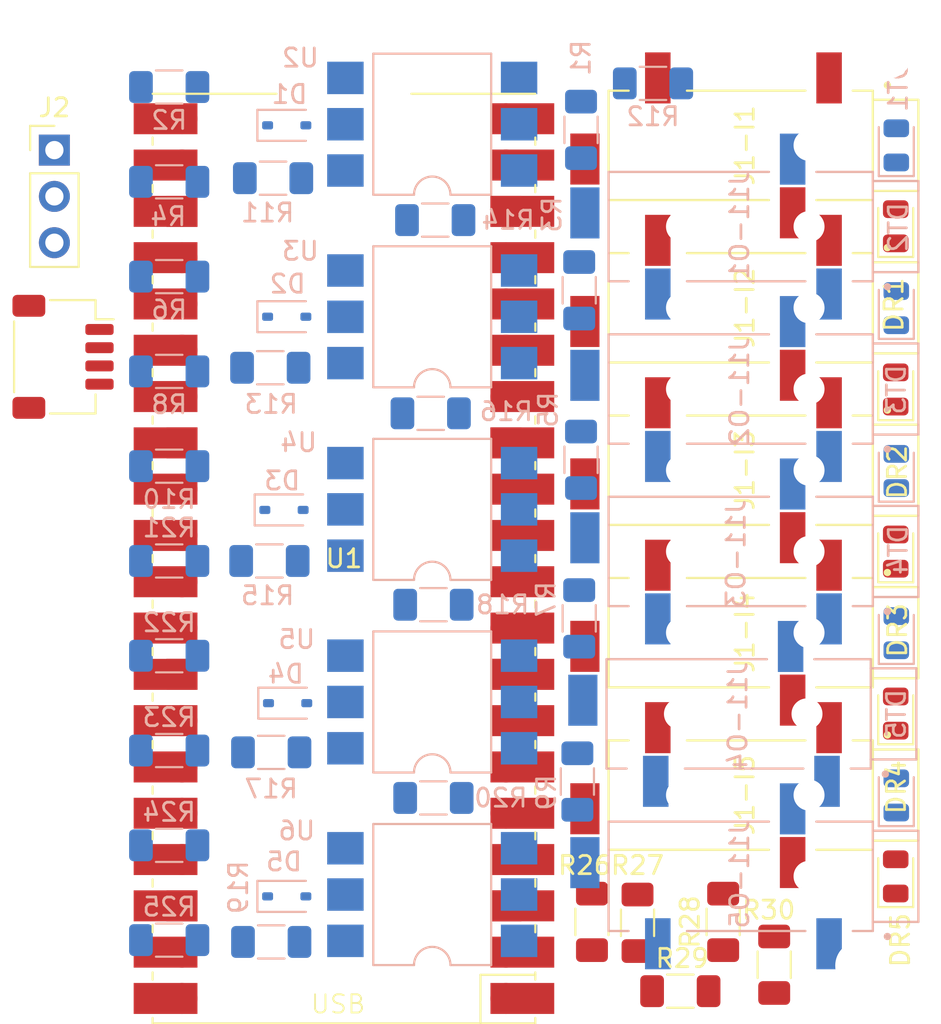
<source format=kicad_pcb>
(kicad_pcb (version 20240108) (generator "pcbnew") (generator_version "8.0")
  (layers (0 "F.Cu" signal) (31 "B.Cu" signal) (34 "B.Paste" user) (35 "F.Paste" user) (36 "B.SilkS" user "B.Silkscreen") (37 "F.SilkS" user "F.Silkscreen") (38 "B.Mask" user) (39 "F.Mask" user) (44 "Edge.Cuts" user))
  (net 0 "")
  (net 1 "Net-(D1-K)")
  (net 2 "Net-(D1-A)")
  (net 3 "Net-(D2-K)")
  (net 4 "Net-(D2-A)")
  (net 5 "Net-(D3-K)")
  (net 6 "Net-(D3-A)")
  (net 7 "Net-(D4-K)")
  (net 8 "Net-(D4-A)")
  (net 9 "Net-(D5-K)")
  (net 10 "Net-(D5-A)")
  (net 11 "+3V3")
  (net 12 "Net-(J11-O1-Pad3)")
  (net 13 "Net-(J11-O1-Pad2)")
  (net 14 "/Midi Output 1/TX")
  (net 15 "Net-(J11-O2-Pad3)")
  (net 16 "Net-(J11-O2-Pad2)")
  (net 17 "/Midi Output 2/TX")
  (net 18 "Net-(J11-O3-Pad3)")
  (net 19 "/Midi Output 3/TX")
  (net 20 "Net-(J11-O3-Pad2)")
  (net 21 "Net-(J11-O4-Pad3)")
  (net 22 "Net-(J11-O4-Pad2)")
  (net 23 "/Midi Output 4/TX")
  (net 24 "Net-(J11-O5-Pad3)")
  (net 25 "/Midi Output 5/TX")
  (net 26 "Net-(J11-O5-Pad2)")
  (net 27 "Net-(J1-I1-Pad3)")
  (net 28 "/MIDI input 1/RX")
  (net 29 "Net-(J1-I2-Pad3)")
  (net 30 "/MIDI input 2/RX")
  (net 31 "Net-(J1-I3-Pad3)")
  (net 32 "/MIDI input 3/RX")
  (net 33 "Net-(J1-I4-Pad3)")
  (net 34 "/MIDI input 4/RX")
  (net 35 "Net-(J1-I5-Pad3)")
  (net 36 "/MIDI input 5/RX")
  (net 40 "GND")
  (net 84 "Net-(DR1-A)")
  (net 85 "Net-(DR2-A)")
  (net 86 "Net-(DR3-A)")
  (net 87 "Net-(DR4-A)")
  (net 88 "Net-(DR5-A)")
  (net 89 "Net-(DT1-A)")
  (net 90 "Net-(DT2-A)")
  (net 91 "Net-(DT3-A)")
  (net 92 "Net-(DT4-A)")
  (net 93 "Net-(DT5-A)")
  (net 94 "Net-(J1-Pin_3)")
  (net 95 "Net-(J1-Pin_4)")
  (net 96 "Net-(J2-Pin_2)")
  (net 97 "Net-(J2-Pin_1)")
  (net 98 "Net-(J2-Pin_3)")
  (footprint "MountingHole:MountingHole_2.7mm_M2.5" (layer "F.Cu") (at 140.7 71.4)
    (property "Reference" "REF**" (hide yes))
    (property "Value" "MountingHole_2.7mm_M2.5" (hide yes))
    (pad "" np_thru_hole circle (at 0 0) (size 2.7 2.7) (drill 2.7) (layers "F&B.Cu" "*.Mask"))
  )
  (footprint "Resistor_SMD:R_1206_3216Metric_Pad1.30x1.75mm_HandSolder" (layer "F.Cu") (at 127 119.05 90)
    (property "Reference" "R27" (at 3.15 0 0) (layer "F.SilkS"))
    (property "Value" "2.2K")
    (pad "1" smd roundrect (at -1.55 0 90) (size 1.3 1.75) (layers "F.Cu" "F.Paste" "F.Mask") (roundrect_rratio 0.192308) (net 11 "+3V3"))
    (pad "2" smd roundrect (at 1.55 0 90) (size 1.3 1.75) (layers "F.Cu" "F.Paste" "F.Mask") (roundrect_rratio 0.192308) (net 85 "Net-(DR2-A)"))
  )
  (footprint "LED_SMD:LED_0805_2012Metric" (layer "F.Cu") (at 141.168578 89.791393 90)
    (property "Reference" "DR2" (at -4.535571 0.087484 270) (layer "F.SilkS"))
    (property "Value" "LED" (hide yes))
    (pad "1" smd roundrect (at -0.9375 0 90) (size 0.975 1.4) (layers "F.Cu" "F.Paste" "F.Mask") (net 30 "/MIDI input 2/RX"))
    (pad "2" smd roundrect (at 0.9375 0 90) (size 0.975 1.4) (layers "F.Cu" "F.Paste" "F.Mask") (net 85 "Net-(DR2-A)"))
  )
  (footprint "MIDI_projects:CUI_SJ-3524-SMT" (layer "F.Cu") (at 136.4125 76.4 180)
    (property "Reference" "J1-I1" (at 3.51825 0 -90) (layer "F.SilkS") (effects (font (size 1.001693 1.001693))))
    (property "Value" "SJ-3524-SMT" (hide yes))
    (pad "" np_thru_hole circle (at 0 0 180) (size 1.7 1.7) (drill 1.7) (layers "*.Cu" "*.Mask"))
    (pad "" np_thru_hole circle (at 7 0 180) (size 1.7 1.7) (drill 1.7) (layers "*.Cu" "*.Mask"))
    (pad "1" smd rect (at -1.1 3.7 180) (size 1.4 2.8) (layers "F.Cu" "F.Paste" "F.Mask"))
    (pad "2" smd rect (at 8.3 3.7 180) (size 1.4 2.8) (layers "F.Cu" "F.Paste" "F.Mask") (net 2 "Net-(D1-A)"))
    (pad "3" smd rect (at 0.9 -3.7 180) (size 1.4 2.8) (layers "F.Cu" "F.Paste" "F.Mask") (net 27 "Net-(J1-I1-Pad3)"))
    (pad "4" smd rect (at 12.3 -0.75 180) (size 1.6 2.8) (layers "F.Cu" "F.Paste" "F.Mask"))
  )
  (footprint "MountingHole:MountingHole_2.7mm_M2.5" (layer "F.Cu") (at 95.7 71.4)
    (property "Reference" "REF**" (hide yes))
    (property "Value" "MountingHole_2.7mm_M2.5" (hide yes))
    (pad "" np_thru_hole circle (at 0 0) (size 2.7 2.7) (drill 2.7) (layers "F&B.Cu" "*.Mask"))
  )
  (footprint "Resistor_SMD:R_1206_3216Metric_Pad1.30x1.75mm_HandSolder" (layer "F.Cu") (at 134.5 121.35 90)
    (property "Reference" "R30" (at 3 -0.3 0) (layer "F.SilkS"))
    (property "Value" "2.2K")
    (pad "1" smd roundrect (at -1.55 0 90) (size 1.3 1.75) (layers "F.Cu" "F.Paste" "F.Mask") (roundrect_rratio 0.192308) (net 11 "+3V3"))
    (pad "2" smd roundrect (at 1.55 0 90) (size 1.3 1.75) (layers "F.Cu" "F.Paste" "F.Mask") (roundrect_rratio 0.192308) (net 88 "Net-(DR5-A)"))
  )
  (footprint "MIDI_projects:CUI_SJ-3524-SMT" (layer "F.Cu") (at 136.4125 103.13333 180)
    (property "Reference" "J1-I4" (at 3.51825 0 -90) (layer "F.SilkS") (effects (font (size 1.001693 1.001693))))
    (property "Value" "SJ-3524-SMT" (hide yes))
    (pad "" np_thru_hole circle (at 0 0 180) (size 1.7 1.7) (drill 1.7) (layers "*.Cu" "*.Mask"))
    (pad "" np_thru_hole circle (at 7 0 180) (size 1.7 1.7) (drill 1.7) (layers "*.Cu" "*.Mask"))
    (pad "1" smd rect (at -1.1 3.7 180) (size 1.4 2.8) (layers "F.Cu" "F.Paste" "F.Mask"))
    (pad "2" smd rect (at 8.3 3.7 180) (size 1.4 2.8) (layers "F.Cu" "F.Paste" "F.Mask") (net 8 "Net-(D4-A)"))
    (pad "3" smd rect (at 0.9 -3.7 180) (size 1.4 2.8) (layers "F.Cu" "F.Paste" "F.Mask") (net 33 "Net-(J1-I4-Pad3)"))
    (pad "4" smd rect (at 12.3 -0.75 180) (size 1.6 2.8) (layers "F.Cu" "F.Paste" "F.Mask"))
  )
  (footprint "MIDI_projects:CUI_SJ-3524-SMT" (layer "F.Cu") (at 136.4125 94.22222 180)
    (property "Reference" "J1-I3" (at 3.51825 0 -90) (layer "F.SilkS") (effects (font (size 1.001693 1.001693))))
    (property "Value" "SJ-3524-SMT" (hide yes))
    (pad "" np_thru_hole circle (at 0 0 180) (size 1.7 1.7) (drill 1.7) (layers "*.Cu" "*.Mask"))
    (pad "" np_thru_hole circle (at 7 0 180) (size 1.7 1.7) (drill 1.7) (layers "*.Cu" "*.Mask"))
    (pad "1" smd rect (at -1.1 3.7 180) (size 1.4 2.8) (layers "F.Cu" "F.Paste" "F.Mask"))
    (pad "2" smd rect (at 8.3 3.7 180) (size 1.4 2.8) (layers "F.Cu" "F.Paste" "F.Mask") (net 6 "Net-(D3-A)"))
    (pad "3" smd rect (at 0.9 -3.7 180) (size 1.4 2.8) (layers "F.Cu" "F.Paste" "F.Mask") (net 31 "Net-(J1-I3-Pad3)"))
    (pad "4" smd rect (at 12.3 -0.75 180) (size 1.6 2.8) (layers "F.Cu" "F.Paste" "F.Mask"))
  )
  (footprint "MountingHole:MountingHole_2.7mm_M2.5" (layer "F.Cu") (at 139.2 121.4)
    (property "Reference" "REF**" (hide yes))
    (property "Value" "MountingHole_2.7mm_M2.5" (hide yes))
    (pad "" np_thru_hole circle (at 0 0) (size 2.7 2.7) (drill 2.7) (layers "F&B.Cu" "*.Mask"))
  )
  (footprint "Resistor_SMD:R_1206_3216Metric_Pad1.30x1.75mm_HandSolder" (layer "F.Cu") (at 131.7 119 90)
    (property "Reference" "R28" (at 0 -1.82 270) (layer "F.SilkS"))
    (property "Value" "2.2K")
    (pad "1" smd roundrect (at -1.55 0 90) (size 1.3 1.75) (layers "F.Cu" "F.Paste" "F.Mask") (roundrect_rratio 0.192308) (net 11 "+3V3"))
    (pad "2" smd roundrect (at 1.55 0 90) (size 1.3 1.75) (layers "F.Cu" "F.Paste" "F.Mask") (roundrect_rratio 0.192308) (net 86 "Net-(DR3-A)"))
  )
  (footprint "LED_SMD:LED_0805_2012Metric" (layer "F.Cu") (at 141.168578 107.571627 90)
    (property "Reference" "DR4" (at -4.028373 0.031422 270) (layer "F.SilkS"))
    (property "Value" "LED" (hide yes))
    (pad "1" smd roundrect (at -0.9375 0 90) (size 0.975 1.4) (layers "F.Cu" "F.Paste" "F.Mask") (net 34 "/MIDI input 4/RX"))
    (pad "2" smd roundrect (at 0.9375 0 90) (size 0.975 1.4) (layers "F.Cu" "F.Paste" "F.Mask") (net 87 "Net-(DR4-A)"))
  )
  (footprint "MIDI_projects:RPi_Pico_SMD_Only" (layer "F.Cu") (at 110.89 99.07 180)
    (property "Reference" "U1" (at 0 0 180) (layer "F.SilkS"))
    (property "Value" "Pico mounting")
    (pad "1" smd oval (at -8.89 -24.13 180) (size 1.7 1.7) (layers "F.Cu" "F.Paste" "F.Mask") (net 25 "/Midi Output 5/TX"))
    (pad "1" smd rect (at -8.89 -24.13 180) (size 3.5 1.7) (drill (offset -0.9 0)) (layers "F.Cu" "F.Mask") (net 25 "/Midi Output 5/TX"))
    (pad "2" smd oval (at -8.89 -21.59 180) (size 1.7 1.7) (layers "F.Cu" "F.Paste" "F.Mask") (net 36 "/MIDI input 5/RX"))
    (pad "2" smd rect (at -8.89 -21.59 180) (size 3.5 1.7) (drill (offset -0.9 0)) (layers "F.Cu" "F.Mask") (net 36 "/MIDI input 5/RX"))
    (pad "3" smd rect (at -8.89 -19.05 180) (size 1.7 1.7) (layers "F.Cu" "F.Paste" "F.Mask"))
    (pad "3" smd rect (at -8.89 -19.05 180) (size 3.5 1.7) (drill (offset -0.9 0)) (layers "F.Cu" "F.Mask"))
    (pad "4" smd oval (at -8.89 -16.51 180) (size 1.7 1.7) (layers "F.Cu" "F.Paste" "F.Mask"))
    (pad "4" smd rect (at -8.89 -16.51 180) (size 3.5 1.7) (drill (offset -0.9 0)) (layers "F.Cu" "F.Mask"))
    (pad "5" smd oval (at -8.89 -13.97 180) (size 1.7 1.7) (layers "F.Cu" "F.Paste" "F.Mask"))
    (pad "5" smd rect (at -8.89 -13.97 180) (size 3.5 1.7) (drill (offset -0.9 0)) (layers "F.Cu" "F.Mask"))
    (pad "6" smd oval (at -8.89 -11.43 180) (size 1.7 1.7) (layers "F.Cu" "F.Paste" "F.Mask"))
    (pad "6" smd rect (at -8.89 -11.43 180) (size 3.5 1.7) (drill (offset -0.9 0)) (layers "F.Cu" "F.Mask"))
    (pad "7" smd oval (at -8.89 -8.89 180) (size 1.7 1.7) (layers "F.Cu" "F.Paste" "F.Mask"))
    (pad "7" smd rect (at -8.89 -8.89 180) (size 3.5 1.7) (drill (offset -0.9 0)) (layers "F.Cu" "F.Mask"))
    (pad "8" smd rect (at -8.89 -6.35 180) (size 1.7 1.7) (layers "F.Cu" "F.Paste" "F.Mask"))
    (pad "8" smd rect (at -8.89 -6.35 180) (size 3.5 1.7) (drill (offset -0.9 0)) (layers "F.Cu" "F.Mask"))
    (pad "9" smd oval (at -8.89 -3.81 180) (size 1.7 1.7) (layers "F.Cu" "F.Paste" "F.Mask"))
    (pad "9" smd rect (at -8.89 -3.81 180) (size 3.5 1.7) (drill (offset -0.9 0)) (layers "F.Cu" "F.Mask"))
    (pad "10" smd oval (at -8.89 -1.27 180) (size 1.7 1.7) (layers "F.Cu" "F.Paste" "F.Mask"))
    (pad "10" smd rect (at -8.89 -1.27 180) (size 3.5 1.7) (drill (offset -0.9 0)) (layers "F.Cu" "F.Mask"))
    (pad "11" smd oval (at -8.89 1.27 180) (size 1.7 1.7) (layers "F.Cu" "F.Paste" "F.Mask"))
    (pad "11" smd rect (at -8.89 1.27 180) (size 3.5 1.7) (drill (offset -0.9 0)) (layers "F.Cu" "F.Mask"))
    (pad "12" smd oval (at -8.89 3.81 180) (size 1.7 1.7) (layers "F.Cu" "F.Paste" "F.Mask"))
    (pad "12" smd rect (at -8.89 3.81 180) (size 3.5 1.7) (drill (offset -0.9 0)) (layers "F.Cu" "F.Mask"))
    (pad "13" smd rect (at -8.89 6.35 180) (size 1.7 1.7) (layers "F.Cu" "F.Paste" "F.Mask"))
    (pad "13" smd rect (at -8.89 6.35 180) (size 3.5 1.7) (drill (offset -0.9 0)) (layers "F.Cu" "F.Mask"))
    (pad "14" smd oval (at -8.89 8.89 180) (size 1.7 1.7) (layers "F.Cu" "F.Paste" "F.Mask") (net 28 "/MIDI input 1/RX"))
    (pad "14" smd rect (at -8.89 8.89 180) (size 3.5 1.7) (drill (offset -0.9 0)) (layers "F.Cu" "F.Mask") (net 28 "/MIDI input 1/RX"))
    (pad "15" smd oval (at -8.89 11.43 180) (size 1.7 1.7) (layers "F.Cu" "F.Paste" "F.Mask") (net 30 "/MIDI input 2/RX"))
    (pad "15" smd rect (at -8.89 11.43 180) (size 3.5 1.7) (drill (offset -0.9 0)) (layers "F.Cu" "F.Mask") (net 30 "/MIDI input 2/RX"))
    (pad "16" smd oval (at -8.89 13.97 180) (size 1.7 1.7) (layers "F.Cu" "F.Paste" "F.Mask") (net 32 "/MIDI input 3/RX"))
    (pad "16" smd rect (at -8.89 13.97 180) (size 3.5 1.7) (drill (offset -0.9 0)) (layers "F.Cu" "F.Mask") (net 32 "/MIDI input 3/RX"))
    (pad "17" smd oval (at -8.89 16.51 180) (size 1.7 1.7) (layers "F.Cu" "F.Paste" "F.Mask") (net 34 "/MIDI input 4/RX"))
    (pad "17" smd rect (at -8.89 16.51 180) (size 3.5 1.7) (drill (offset -0.9 0)) (layers "F.Cu" "F.Mask") (net 34 "/MIDI input 4/RX"))
    (pad "18" smd rect (at -8.89 19.05 180) (size 1.7 1.7) (layers "F.Cu" "F.Paste" "F.Mask"))
    (pad "18" smd rect (at -8.89 19.05 180) (size 3.5 1.7) (drill (offset -0.9 0)) (layers "F.Cu" "F.Mask"))
    (pad "19" smd oval (at -8.89 21.59 180) (size 1.7 1.7) (layers "F.Cu" "F.Paste" "F.Mask"))
    (pad "19" smd rect (at -8.89 21.59 180) (size 3.5 1.7) (drill (offset -0.9 0)) (layers "F.Cu" "F.Mask"))
    (pad "20" smd oval (at -8.89 24.13 180) (size 1.7 1.7) (layers "F.Cu" "F.Paste" "F.Mask"))
    (pad "20" smd rect (at -8.89 24.13 180) (size 3.5 1.7) (drill (offset -0.9 0)) (layers "F.Cu" "F.Mask"))
    (pad "21" smd oval (at 8.89 24.13 180) (size 1.7 1.7) (layers "F.Cu" "F.Paste" "F.Mask"))
    (pad "21" smd rect (at 8.89 24.13 180) (size 3.5 1.7) (drill (offset 0.9 0)) (layers "F.Cu" "F.Mask"))
    (pad "22" smd oval (at 8.89 21.59 180) (size 1.7 1.7) (layers "F.Cu" "F.Paste" "F.Mask"))
    (pad "22" smd rect (at 8.89 21.59 180) (size 3.5 1.7) (drill (offset 0.9 0)) (layers "F.Cu" "F.Mask"))
    (pad "23" smd rect (at 8.89 19.05 180) (size 1.7 1.7) (layers "F.Cu" "F.Paste" "F.Mask"))
    (pad "23" smd rect (at 8.89 19.05 180) (size 3.5 1.7) (drill (offset 0.9 0)) (layers "F.Cu" "F.Mask"))
    (pad "24" smd oval (at 8.89 16.51 180) (size 1.7 1.7) (layers "F.Cu" "F.Paste" "F.Mask"))
    (pad "24" smd rect (at 8.89 16.51 180) (size 3.5 1.7) (drill (offset 0.9 0)) (layers "F.Cu" "F.Mask"))
    (pad "25" smd oval (at 8.89 13.97 180) (size 1.7 1.7) (layers "F.Cu" "F.Paste" "F.Mask") (net 23 "/Midi Output 4/TX"))
    (pad "25" smd rect (at 8.89 13.97 180) (size 3.5 1.7) (drill (offset 0.9 0)) (layers "F.Cu" "F.Mask") (net 23 "/Midi Output 4/TX"))
    (pad "26" smd oval (at 8.89 11.43 180) (size 1.7 1.7) (layers "F.Cu" "F.Paste" "F.Mask") (net 19 "/Midi Output 3/TX"))
    (pad "26" smd rect (at 8.89 11.43 180) (size 3.5 1.7) (drill (offset 0.9 0)) (layers "F.Cu" "F.Mask") (net 19 "/Midi Output 3/TX"))
    (pad "27" smd oval (at 8.89 8.89 180) (size 1.7 1.7) (layers "F.Cu" "F.Paste" "F.Mask") (net 17 "/Midi Output 2/TX"))
    (pad "27" smd rect (at 8.89 8.89 180) (size 3.5 1.7) (drill (offset 0.9 0)) (layers "F.Cu" "F.Mask") (net 17 "/Midi Output 2/TX"))
    (pad "28" smd rect (at 8.89 6.35 180) (size 1.7 1.7) (layers "F.Cu" "F.Paste" "F.Mask"))
    (pad "28" smd rect (at 8.89 6.35 180) (size 3.5 1.7) (drill (offset 0.9 0)) (layers "F.Cu" "F.Mask"))
    (pad "29" smd oval (at 8.89 3.81 180) (size 1.7 1.7) (layers "F.Cu" "F.Paste" "F.Mask") (net 14 "/Midi Output 1/TX"))
    (pad "29" smd rect (at 8.89 3.81 180) (size 3.5 1.7) (drill (offset 0.9 0)) (layers "F.Cu" "F.Mask") (net 14 "/Midi Output 1/TX"))
    (pad "30" smd oval (at 8.89 1.27 180) (size 1.7 1.7) (layers "F.Cu" "F.Paste" "F.Mask"))
    (pad "30" smd rect (at 8.89 1.27 180) (size 3.5 1.7) (drill (offset 0.9 0)) (layers "F.Cu" "F.Mask"))
    (pad "31" smd oval (at 8.89 -1.27 180) (size 1.7 1.7) (layers "F.Cu" "F.Paste" "F.Mask") (net 94 "Net-(J1-Pin_3)"))
    (pad "31" smd rect (at 8.89 -1.27 180) (size 3.5 1.7) (drill (offset 0.9 0)) (layers "F.Cu" "F.Mask") (net 94 "Net-(J1-Pin_3)"))
    (pad "32" smd oval (at 8.89 -3.81 180) (size 1.7 1.7) (layers "F.Cu" "F.Paste" "F.Mask") (net 95 "Net-(J1-Pin_4)"))
    (pad "32" smd rect (at 8.89 -3.81 180) (size 3.5 1.7) (drill (offset 0.9 0)) (layers "F.Cu" "F.Mask") (net 95 "Net-(J1-Pin_4)"))
    (pad "33" smd rect (at 8.89 -6.35 180) (size 1.7 1.7) (layers "F.Cu" "F.Paste" "F.Mask"))
    (pad "33" smd rect (at 8.89 -6.35 180) (size 3.5 1.7) (drill (offset 0.9 0)) (layers "F.Cu" "F.Mask"))
    (pad "34" smd oval (at 8.89 -8.89 180) (size 1.7 1.7) (layers "F.Cu" "F.Paste" "F.Mask"))
    (pad "34" smd rect (at 8.89 -8.89 180) (size 3.5 1.7) (drill (offset 0.9 0)) (layers "F.Cu" "F.Mask"))
    (pad "35" smd oval (at 8.89 -11.43 180) (size 1.7 1.7) (layers "F.Cu" "F.Paste" "F.Mask"))
    (pad "35" smd rect (at 8.89 -11.43 180) (size 3.5 1.7) (drill (offset 0.9 0)) (layers "F.Cu" "F.Mask"))
    (pad "36" smd oval (at 8.89 -13.97 180) (size 1.7 1.7) (layers "F.Cu" "F.Paste" "F.Mask") (net 11 "+3V3"))
    (pad "36" smd rect (at 8.89 -13.97 180) (size 3.5 1.7) (drill (offset 0.9 0)) (layers "F.Cu" "F.Mask") (net 11 "+3V3"))
    (pad "37" smd oval (at 8.89 -16.51 180) (size 1.7 1.7) (layers "F.Cu" "F.Paste" "F.Mask"))
    (pad "37" smd rect (at 8.89 -16.51 180) (size 3.5 1.7) (drill (offset 0.9 0)) (layers "F.Cu" "F.Mask"))
    (pad "38" smd rect (at 8.89 -19.05 180) (size 1.7 1.7) (layers "F.Cu" "F.Paste" "F.Mask") (net 40 "GND"))
    (pad "38" smd rect (at 8.89 -19.05 180) (size 3.5 1.7) (drill (offset 0.9 0)) (layers "F.Cu" "F.Mask") (net 40 "GND"))
    (pad "39" smd oval (at 8.89 -21.59 180) (size 1.7 1.7) (layers "F.Cu" "F.Paste" "F.Mask"))
    (pad "39" smd rect (at 8.89 -21.59 180) (size 3.5 1.7) (drill (offset 0.9 0)) (layers "F.Cu" "F.Mask"))
    (pad "40" smd oval (at 8.89 -24.13 180) (size 1.7 1.7) (layers "F.Cu" "F.Paste" "F.Mask"))
    (pad "40" smd rect (at 8.89 -24.13 180) (size 3.5 1.7) (drill (offset 0.9 0)) (layers "F.Cu" "F.Mask"))
  )
  (footprint "MIDI_projects:CUI_SJ-3524-SMT" (layer "F.Cu") (at 136.4125 112.04444 180)
    (property "Reference" "J1-I5" (at 3.51825 0 -90) (layer "F.SilkS") (effects (font (size 1.001693 1.001693))))
    (property "Value" "SJ-3524-SMT" (hide yes))
    (pad "" np_thru_hole circle (at 0 0 180) (size 1.7 1.7) (drill 1.7) (layers "*.Cu" "*.Mask"))
    (pad "" np_thru_hole circle (at 7 0 180) (size 1.7 1.7) (drill 1.7) (layers "*.Cu" "*.Mask"))
    (pad "1" smd rect (at -1.1 3.7 180) (size 1.4 2.8) (layers "F.Cu" "F.Paste" "F.Mask"))
    (pad "2" smd rect (at 8.3 3.7 180) (size 1.4 2.8) (layers "F.Cu" "F.Paste" "F.Mask") (net 10 "Net-(D5-A)"))
    (pad "3" smd rect (at 0.9 -3.7 180) (size 1.4 2.8) (layers "F.Cu" "F.Paste" "F.Mask") (net 35 "Net-(J1-I5-Pad3)"))
    (pad "4" smd rect (at 12.3 -0.75 180) (size 1.6 2.8) (layers "F.Cu" "F.Paste" "F.Mask"))
  )
  (footprint "MIDI_projects:CUI_SJ-3524-SMT" (layer "F.Cu") (at 136.4125 85.31111 180)
    (property "Reference" "J1-I2" (at 3.51825 0 -90) (layer "F.SilkS") (effects (font (size 1.001693 1.001693))))
    (property "Value" "SJ-3524-SMT" (hide yes))
    (pad "" np_thru_hole circle (at 0 0 180) (size 1.7 1.7) (drill 1.7) (layers "*.Cu" "*.Mask"))
    (pad "" np_thru_hole circle (at 7 0 180) (size 1.7 1.7) (drill 1.7) (layers "*.Cu" "*.Mask"))
    (pad "1" smd rect (at -1.1 3.7 180) (size 1.4 2.8) (layers "F.Cu" "F.Paste" "F.Mask"))
    (pad "2" smd rect (at 8.3 3.7 180) (size 1.4 2.8) (layers "F.Cu" "F.Paste" "F.Mask") (net 4 "Net-(D2-A)"))
    (pad "3" smd rect (at 0.9 -3.7 180) (size 1.4 2.8) (layers "F.Cu" "F.Paste" "F.Mask") (net 29 "Net-(J1-I2-Pad3)"))
    (pad "4" smd rect (at 12.3 -0.75 180) (size 1.6 2.8) (layers "F.Cu" "F.Paste" "F.Mask"))
  )
  (footprint "LED_SMD:LED_0805_2012Metric" (layer "F.Cu") (at 141.168578 80.8375 90)
    (property "Reference" "DR1" (at -4.3 -0.1 270) (layer "F.SilkS"))
    (property "Value" "LED" (hide yes))
    (pad "1" smd roundrect (at -0.9375 0 90) (size 0.975 1.4) (layers "F.Cu" "F.Paste" "F.Mask") (net 28 "/MIDI input 1/RX"))
    (pad "2" smd roundrect (at 0.9375 0 90) (size 0.975 1.4) (layers "F.Cu" "F.Paste" "F.Mask") (net 84 "Net-(DR1-A)"))
  )
  (footprint "Resistor_SMD:R_1206_3216Metric_Pad1.30x1.75mm_HandSolder" (layer "F.Cu") (at 129.35 122.8 180)
    (property "Reference" "R29" (at -0.1 1.8 180) (layer "F.SilkS"))
    (property "Value" "2.2K")
    (pad "1" smd roundrect (at -1.55 0 180) (size 1.3 1.75) (layers "F.Cu" "F.Paste" "F.Mask") (roundrect_rratio 0.192308) (net 11 "+3V3"))
    (pad "2" smd roundrect (at 1.55 0 180) (size 1.3 1.75) (layers "F.Cu" "F.Paste" "F.Mask") (roundrect_rratio 0.192308) (net 87 "Net-(DR4-A)"))
  )
  (footprint "MountingHole:MountingHole_2.7mm_M2.5" (layer "F.Cu") (at 95.7 121.4)
    (property "Reference" "REF**" (hide yes))
    (property "Value" "MountingHole_2.7mm_M2.5" (hide yes))
    (pad "" np_thru_hole circle (at 0 0) (size 2.7 2.7) (drill 2.7) (layers "*.Cu" "*.Mask"))
  )
  (footprint "MIDI_projects:JST_SH_SM04B-SRSS-TB_1x04-1MP_P1.00mm_Horizontal" (layer "F.Cu") (at 95.475 88 -90)
    (property "Reference" "J1" (hide yes))
    (property "Value" "Conn_01x04_Socket" (hide yes))
    (pad "1" smd roundrect (at -1.5 -2 270) (size 0.6 1.55) (layers "F.Cu" "F.Paste" "F.Mask") (net 40 "GND"))
    (pad "2" smd roundrect (at -0.5 -2 270) (size 0.6 1.55) (layers "F.Cu" "F.Paste" "F.Mask") (net 11 "+3V3"))
    (pad "3" smd roundrect (at 0.5 -2 270) (size 0.6 1.55) (layers "F.Cu" "F.Paste" "F.Mask") (net 94 "Net-(J1-Pin_3)"))
    (pad "4" smd roundrect (at 1.5 -2 270) (size 0.6 1.55) (layers "F.Cu" "F.Paste" "F.Mask") (net 95 "Net-(J1-Pin_4)"))
    (pad "MP" smd roundrect (at -2.8 1.875 270) (size 1.2 1.8) (layers "F.Cu" "F.Paste" "F.Mask") (roundrect_rratio 0.208333))
    (pad "MP" smd roundrect (at 2.8 1.875 270) (size 1.2 1.8) (layers "F.Cu" "F.Paste" "F.Mask") (roundrect_rratio 0.208333))
  )
  (footprint "Resistor_SMD:R_1206_3216Metric_Pad1.30x1.75mm_HandSolder" (layer "F.Cu") (at 124.5 119 90)
    (property "Reference" "R26" (at 3.1 -0.4 0) (layer "F.SilkS"))
    (property "Value" "2.2K")
    (pad "1" smd roundrect (at -1.55 0 90) (size 1.3 1.75) (layers "F.Cu" "F.Paste" "F.Mask") (roundrect_rratio 0.192308) (net 11 "+3V3"))
    (pad "2" smd roundrect (at 1.55 0 90) (size 1.3 1.75) (layers "F.Cu" "F.Paste" "F.Mask") (roundrect_rratio 0.192308) (net 84 "Net-(DR1-A)"))
  )
  (footprint "LED_SMD:LED_0805_2012Metric" (layer "F.Cu") (at 141.168578 98.684933 90)
    (property "Reference" "DR3" (at -4.315067 0.1 270) (layer "F.SilkS"))
    (property "Value" "LED" (hide yes))
    (pad "1" smd roundrect (at -0.9375 0 90) (size 0.975 1.4) (layers "F.Cu" "F.Paste" "F.Mask") (net 32 "/MIDI input 3/RX"))
    (pad "2" smd roundrect (at 0.9375 0 90) (size 0.975 1.4) (layers "F.Cu" "F.Paste" "F.Mask") (net 86 "Net-(DR3-A)"))
  )
  (footprint "LED_SMD:LED_0805_2012Metric" (layer "F.Cu") (at 141.168578 116.504645 90)
    (property "Reference" "DR5" (at -3.495355 0.253291 270) (layer "F.SilkS"))
    (property "Value" "LED" (hide yes))
    (pad "1" smd roundrect (at -0.9375 0 90) (size 0.975 1.4) (layers "F.Cu" "F.Paste" "F.Mask") (net 36 "/MIDI input 5/RX"))
    (pad "2" smd roundrect (at 0.9375 0 90) (size 0.975 1.4) (layers "F.Cu" "F.Paste" "F.Mask") (net 88 "Net-(DR5-A)"))
  )
  (footprint "Connector_PinHeader_2.54mm:PinHeader_1x03_P2.54mm_Vertical" (layer "F.Cu") (at 95 76.66)
    (property "Reference" "J2" (at 0 -2.33 0) (layer "F.SilkS"))
    (property "Value" "Conn_01x03_Pin" (hide yes))
    (pad "1" thru_hole rect (at 0 0) (size 1.7 1.7) (drill 1) (layers "*.Cu" "*.Mask") (net 97 "Net-(J2-Pin_1)"))
    (pad "2" thru_hole oval (at 0 2.54) (size 1.7 1.7) (drill 1) (layers "*.Cu" "*.Mask") (net 96 "Net-(J2-Pin_2)"))
    (pad "3" thru_hole oval (at 0 5.08) (size 1.7 1.7) (drill 1) (layers "*.Cu" "*.Mask") (net 98 "Net-(J2-Pin_3)"))
  )
  (footprint "Resistor_SMD:R_1206_3216Metric_Pad1.30x1.75mm_HandSolder" (layer "B.Cu") (at 101.3 73.2)
    (property "Reference" "R2" (at 0 1.82 360) (layer "B.SilkS") (effects (justify mirror)))
    (property "Value" "10")
    (pad "1" smd roundrect (at -1.55 0) (size 1.3 1.75) (layers "B.Cu" "B.Paste" "B.Mask") (roundrect_rratio 0.192308) (net 14 "/Midi Output 1/TX"))
    (pad "2" smd roundrect (at 1.55 0) (size 1.3 1.75) (layers "B.Cu" "B.Paste" "B.Mask") (roundrect_rratio 0.192308) (net 13 "Net-(J11-O1-Pad2)"))
  )
  (footprint "Resistor_SMD:R_1206_3216Metric_Pad1.30x1.75mm_HandSolder" (layer "B.Cu") (at 106.85 88.6 180)
    (property "Reference" "R13" (at -0.05 -2 180) (layer "B.SilkS") (effects (justify mirror)))
    (property "Value" "220")
    (pad "1" smd roundrect (at -1.55 0 180) (size 1.3 1.75) (layers "B.Cu" "B.Paste" "B.Mask") (roundrect_rratio 0.192308) (net 29 "Net-(J1-I2-Pad3)"))
    (pad "2" smd roundrect (at 1.55 0 180) (size 1.3 1.75) (layers "B.Cu" "B.Paste" "B.Mask") (roundrect_rratio 0.192308) (net 3 "Net-(D2-K)"))
  )
  (footprint "Resistor_SMD:R_1206_3216Metric_Pad1.30x1.75mm_HandSolder" (layer "B.Cu") (at 101.3 99.2 180)
    (property "Reference" "R21" (at 0 1.82 180) (layer "B.SilkS") (effects (justify mirror)))
    (property "Value" "2.2K")
    (pad "1" smd roundrect (at -1.55 0 180) (size 1.3 1.75) (layers "B.Cu" "B.Paste" "B.Mask") (roundrect_rratio 0.192308) (net 11 "+3V3"))
    (pad "2" smd roundrect (at 1.55 0 180) (size 1.3 1.75) (layers "B.Cu" "B.Paste" "B.Mask") (roundrect_rratio 0.192308) (net 89 "Net-(DT1-A)"))
  )
  (footprint "Package_DIP:SMDIP-6_W9.53mm" (layer "B.Cu") (at 115.735 75.24)
    (property "Reference" "U2" (at -7.235 -3.64 360) (layer "B.SilkS") (effects (justify mirror)))
    (property "Value" "H11L1")
    (pad "1" smd rect (at -4.765 2.54) (size 2 1.78) (layers "B.Cu" "B.Paste" "B.Mask") (net 1 "Net-(D1-K)"))
    (pad "2" smd rect (at -4.765 0) (size 2 1.78) (layers "B.Cu" "B.Paste" "B.Mask") (net 2 "Net-(D1-A)"))
    (pad "3" smd rect (at -4.765 -2.54) (size 2 1.78) (layers "B.Cu" "B.Paste" "B.Mask"))
    (pad "4" smd rect (at 4.765 -2.54) (size 2 1.78) (layers "B.Cu" "B.Paste" "B.Mask") (net 28 "/MIDI input 1/RX"))
    (pad "5" smd rect (at 4.765 0) (size 2 1.78) (layers "B.Cu" "B.Paste" "B.Mask") (net 40 "GND"))
    (pad "6" smd rect (at 4.765 2.54) (size 2 1.78) (layers "B.Cu" "B.Paste" "B.Mask") (net 11 "+3V3"))
  )
  (footprint "Resistor_SMD:R_1206_3216Metric_Pad1.30x1.75mm_HandSolder" (layer "B.Cu") (at 101.3 120 180)
    (property "Reference" "R25" (at 0 1.82 180) (layer "B.SilkS") (effects (justify mirror)))
    (property "Value" "2.2K")
    (pad "1" smd roundrect (at -1.55 0 180) (size 1.3 1.75) (layers "B.Cu" "B.Paste" "B.Mask") (roundrect_rratio 0.192308) (net 11 "+3V3"))
    (pad "2" smd roundrect (at 1.55 0 180) (size 1.3 1.75) (layers "B.Cu" "B.Paste" "B.Mask") (roundrect_rratio 0.192308) (net 93 "Net-(DT5-A)"))
  )
  (footprint "Resistor_SMD:R_1206_3216Metric_Pad1.30x1.75mm_HandSolder" (layer "B.Cu") (at 107 78.2 180)
    (property "Reference" "R11" (at 0.3 -1.9 180) (layer "B.SilkS") (effects (justify mirror)))
    (property "Value" "220")
    (pad "1" smd roundrect (at -1.55 0 180) (size 1.3 1.75) (layers "B.Cu" "B.Paste" "B.Mask") (roundrect_rratio 0.192308) (net 27 "Net-(J1-I1-Pad3)"))
    (pad "2" smd roundrect (at 1.55 0 180) (size 1.3 1.75) (layers "B.Cu" "B.Paste" "B.Mask") (roundrect_rratio 0.192308) (net 1 "Net-(D1-K)"))
  )
  (footprint "LED_SMD:LED_0805_2012Metric" (layer "B.Cu") (at 141.2 85.329894 90)
    (property "Reference" "DT2" (at 4.429894 0.1 270) (layer "B.SilkS") (effects (justify mirror)))
    (property "Value" "LED" (hide yes))
    (pad "1" smd roundrect (at -0.9375 0 90) (size 0.975 1.4) (layers "B.Cu" "B.Paste" "B.Mask") (net 17 "/Midi Output 2/TX"))
    (pad "2" smd roundrect (at 0.9375 0 90) (size 0.975 1.4) (layers "B.Cu" "B.Paste" "B.Mask") (net 90 "Net-(DT2-A)"))
  )
  (footprint "Resistor_SMD:R_1206_3216Metric_Pad1.30x1.75mm_HandSolder" (layer "B.Cu") (at 115.65 91.1)
    (property "Reference" "R16" (at 4.15 -0.1 360) (layer "B.SilkS") (effects (justify mirror)))
    (property "Value" "470")
    (pad "1" smd roundrect (at -1.55 0) (size 1.3 1.75) (layers "B.Cu" "B.Paste" "B.Mask") (roundrect_rratio 0.192308) (net 32 "/MIDI input 3/RX"))
    (pad "2" smd roundrect (at 1.55 0) (size 1.3 1.75) (layers "B.Cu" "B.Paste" "B.Mask") (roundrect_rratio 0.192308) (net 11 "+3V3"))
  )
  (footprint "Resistor_SMD:R_1206_3216Metric_Pad1.30x1.75mm_HandSolder" (layer "B.Cu") (at 106.8 99.2 180)
    (property "Reference" "R15" (at 0.1 -1.9 180) (layer "B.SilkS") (effects (justify mirror)))
    (property "Value" "220")
    (pad "1" smd roundrect (at -1.55 0 180) (size 1.3 1.75) (layers "B.Cu" "B.Paste" "B.Mask") (roundrect_rratio 0.192308) (net 31 "Net-(J1-I3-Pad3)"))
    (pad "2" smd roundrect (at 1.55 0 180) (size 1.3 1.75) (layers "B.Cu" "B.Paste" "B.Mask") (roundrect_rratio 0.192308) (net 5 "Net-(D3-K)"))
  )
  (footprint "LED_SMD:LED_0805_2012Metric" (layer "B.Cu") (at 141.2 76.4 90)
    (property "Reference" "DT1" (at 3.2 0.1 270) (layer "B.SilkS") (effects (justify mirror)))
    (property "Value" "LED" (hide yes))
    (pad "1" smd roundrect (at -0.9375 0 90) (size 0.975 1.4) (layers "B.Cu" "B.Paste" "B.Mask") (net 14 "/Midi Output 1/TX"))
    (pad "2" smd roundrect (at 0.9375 0 90) (size 0.975 1.4) (layers "B.Cu" "B.Paste" "B.Mask") (net 89 "Net-(DT1-A)"))
  )
  (footprint "Resistor_SMD:R_1206_3216Metric_Pad1.30x1.75mm_HandSolder" (layer "B.Cu") (at 101.3 104.4 180)
    (property "Reference" "R22" (at 0 1.82 180) (layer "B.SilkS") (effects (justify mirror)))
    (property "Value" "2.2K")
    (pad "1" smd roundrect (at -1.55 0 180) (size 1.3 1.75) (layers "B.Cu" "B.Paste" "B.Mask") (roundrect_rratio 0.192308) (net 11 "+3V3"))
    (pad "2" smd roundrect (at 1.55 0 180) (size 1.3 1.75) (layers "B.Cu" "B.Paste" "B.Mask") (roundrect_rratio 0.192308) (net 90 "Net-(DT2-A)"))
  )
  (footprint "Resistor_SMD:R_1206_3216Metric_Pad1.30x1.75mm_HandSolder" (layer "B.Cu") (at 127.85 73)
    (property "Reference" "R12" (at 0 1.82 360) (layer "B.SilkS") (effects (justify mirror)))
    (property "Value" "470")
    (pad "1" smd roundrect (at -1.55 0) (size 1.3 1.75) (layers "B.Cu" "B.Paste" "B.Mask") (roundrect_rratio 0.192308) (net 28 "/MIDI input 1/RX"))
    (pad "2" smd roundrect (at 1.55 0) (size 1.3 1.75) (layers "B.Cu" "B.Paste" "B.Mask") (roundrect_rratio 0.192308) (net 11 "+3V3"))
  )
  (footprint "Diode_SMD:D_SOD-323" (layer "B.Cu") (at 107.75 75.3)
    (property "Reference" "D1" (at 0.15 -1.7 360) (layer "B.SilkS") (effects (justify mirror)))
    (property "Value" "1N4148WS" (hide yes))
    (pad "1" smd roundrect (at -1.05 0) (size 0.6 0.45) (layers "B.Cu" "B.Paste" "B.Mask") (net 1 "Net-(D1-K)"))
    (pad "2" smd roundrect (at 1.05 0) (size 0.6 0.45) (layers "B.Cu" "B.Paste" "B.Mask") (net 2 "Net-(D1-A)"))
  )
  (footprint "MIDI_projects:CUI_SJ-3524-SMT" (layer "B.Cu") (at 136.4125 89.766665 180)
    (property "Reference" "J11-O2" (at 3.8125 -0.133335 90) (layer "B.SilkS") (effects (font (size 1.001693 1.001693)) (justify mirror)))
    (property "Value" "SJ-3524-SMT")
    (pad "" np_thru_hole circle (at 0 0 180) (size 1.7 1.7) (drill 1.7) (layers "*.Cu" "*.Mask"))
    (pad "" np_thru_hole circle (at 7 0 180) (size 1.7 1.7) (drill 1.7) (layers "*.Cu" "*.Mask"))
    (pad "1" smd rect (at -1.1 -3.7 180) (size 1.4 2.8) (layers "B.Cu" "B.Paste" "B.Mask") (net 40 "GND"))
    (pad "2" smd rect (at 8.3 -3.7 180) (size 1.4 2.8) (layers "B.Cu" "B.Paste" "B.Mask") (net 16 "Net-(J11-O2-Pad2)"))
    (pad "3" smd rect (at 0.9 3.7 180) (size 1.4 2.8) (layers "B.Cu" "B.Paste" "B.Mask") (net 15 "Net-(J11-O2-Pad3)"))
    (pad "4" smd rect (at 12.3 0.75 180) (size 1.6 2.8) (layers "B.Cu" "B.Paste" "B.Mask"))
  )
  (footprint "Resistor_SMD:R_1206_3216Metric_Pad1.30x1.75mm_HandSolder" (layer "B.Cu") (at 101.3 83.6)
    (property "Reference" "R6" (at 0 1.82 360) (layer "B.SilkS") (effects (justify mirror)))
    (property "Value" "10")
    (pad "1" smd roundrect (at -1.55 0) (size 1.3 1.75) (layers "B.Cu" "B.Paste" "B.Mask") (roundrect_rratio 0.192308) (net 19 "/Midi Output 3/TX"))
    (pad "2" smd roundrect (at 1.55 0) (size 1.3 1.75) (layers "B.Cu" "B.Paste" "B.Mask") (roundrect_rratio 0.192308) (net 20 "Net-(J11-O3-Pad2)"))
  )
  (footprint "Package_DIP:SMDIP-6_W9.53mm" (layer "B.Cu") (at 115.735 85.805)
    (property "Reference" "U3" (at -7.235 -3.605 360) (layer "B.SilkS") (effects (justify mirror)))
    (property "Value" "H11L1")
    (pad "1" smd rect (at -4.765 2.54) (size 2 1.78) (layers "B.Cu" "B.Paste" "B.Mask") (net 3 "Net-(D2-K)"))
    (pad "2" smd rect (at -4.765 0) (size 2 1.78) (layers "B.Cu" "B.Paste" "B.Mask") (net 4 "Net-(D2-A)"))
    (pad "3" smd rect (at -4.765 -2.54) (size 2 1.78) (layers "B.Cu" "B.Paste" "B.Mask"))
    (pad "4" smd rect (at 4.765 -2.54) (size 2 1.78) (layers "B.Cu" "B.Paste" "B.Mask") (net 30 "/MIDI input 2/RX"))
    (pad "5" smd rect (at 4.765 0) (size 2 1.78) (layers "B.Cu" "B.Paste" "B.Mask") (net 40 "GND"))
    (pad "6" smd rect (at 4.765 2.54) (size 2 1.78) (layers "B.Cu" "B.Paste" "B.Mask") (net 11 "+3V3"))
  )
  (footprint "Resistor_SMD:R_1206_3216Metric_Pad1.30x1.75mm_HandSolder" (layer "B.Cu") (at 101.3 114.8 180)
    (property "Reference" "R24" (at 0 1.82 180) (layer "B.SilkS") (effects (justify mirror)))
    (property "Value" "2.2K")
    (pad "1" smd roundrect (at -1.55 0 180) (size 1.3 1.75) (layers "B.Cu" "B.Paste" "B.Mask") (roundrect_rratio 0.192308) (net 11 "+3V3"))
    (pad "2" smd roundrect (at 1.55 0 180) (size 1.3 1.75) (layers "B.Cu" "B.Paste" "B.Mask") (roundrect_rratio 0.192308) (net 92 "Net-(DT4-A)"))
  )
  (footprint "MIDI_projects:CUI_SJ-3524-SMT" (layer "B.Cu") (at 136.3 107.588885 180)
    (property "Reference" "J11-O4" (at 3.8 -0.111115 90) (layer "B.SilkS") (effects (font (size 1.001693 1.001693)) (justify mirror)))
    (property "Value" "SJ-3524-SMT" (hide yes))
    (pad "" np_thru_hole circle (at 0 0 180) (size 1.7 1.7) (drill 1.7) (layers "*.Cu" "*.Mask"))
    (pad "" np_thru_hole circle (at 7 0 180) (size 1.7 1.7) (drill 1.7) (layers "*.Cu" "*.Mask"))
    (pad "1" smd rect (at -1.1 -3.7 180) (size 1.4 2.8) (layers "B.Cu" "B.Paste" "B.Mask") (net 40 "GND"))
    (pad "2" smd rect (at 8.3 -3.7 180) (size 1.4 2.8) (layers "B.Cu" "B.Paste" "B.Mask") (net 22 "Net-(J11-O4-Pad2)"))
    (pad "3" smd rect (at 0.9 3.7 180) (size 1.4 2.8) (layers "B.Cu" "B.Paste" "B.Mask") (net 21 "Net-(J11-O4-Pad3)"))
    (pad "4" smd rect (at 12.3 0.75 180) (size 1.6 2.8) (layers "B.Cu" "B.Paste" "B.Mask"))
  )
  (footprint "LED_SMD:LED_0805_2012Metric" (layer "B.Cu") (at 141.2 103.1625 90)
    (property "Reference" "DT4" (at 4.5625 0.1 270) (layer "B.SilkS") (effects (justify mirror)))
    (property "Value" "LED" (hide yes))
    (pad "1" smd roundrect (at -0.9375 0 90) (size 0.975 1.4) (layers "B.Cu" "B.Paste" "B.Mask") (net 23 "/Midi Output 4/TX"))
    (pad "2" smd roundrect (at 0.9375 0 90) (size 0.975 1.4) (layers "B.Cu" "B.Paste" "B.Mask") (net 92 "Net-(DT4-A)"))
  )
  (footprint "Resistor_SMD:R_1206_3216Metric_Pad1.30x1.75mm_HandSolder" (layer "B.Cu") (at 101.3 88.8)
    (property "Reference" "R8" (at 0 1.82 360) (layer "B.SilkS") (effects (justify mirror)))
    (property "Value" "10")
    (pad "1" smd roundrect (at -1.55 0) (size 1.3 1.75) (layers "B.Cu" "B.Paste" "B.Mask") (roundrect_rratio 0.192308) (net 23 "/Midi Output 4/TX"))
    (pad "2" smd roundrect (at 1.55 0) (size 1.3 1.75) (layers "B.Cu" "B.Paste" "B.Mask") (roundrect_rratio 0.192308) (net 22 "Net-(J11-O4-Pad2)"))
  )
  (footprint "Resistor_SMD:R_1206_3216Metric_Pad1.30x1.75mm_HandSolder" (layer "B.Cu") (at 101.3 109.6 180)
    (property "Reference" "R23" (at 0 1.82 180) (layer "B.SilkS") (effects (justify mirror)))
    (property "Value" "2.2K")
    (pad "1" smd roundrect (at -1.55 0 180) (size 1.3 1.75) (layers "B.Cu" "B.Paste" "B.Mask") (roundrect_rratio 0.192308) (net 11 "+3V3"))
    (pad "2" smd roundrect (at 1.55 0 180) (size 1.3 1.75) (layers "B.Cu" "B.Paste" "B.Mask") (roundrect_rratio 0.192308) (net 91 "Net-(DT3-A)"))
  )
  (footprint "Resistor_SMD:R_1206_3216Metric_Pad1.30x1.75mm_HandSolder" (layer "B.Cu") (at 101.3 94)
    (property "Reference" "R10" (at 0 1.82 360) (layer "B.SilkS") (effects (justify mirror)))
    (property "Value" "10")
    (pad "1" smd roundrect (at -1.55 0) (size 1.3 1.75) (layers "B.Cu" "B.Paste" "B.Mask") (roundrect_rratio 0.192308) (net 25 "/Midi Output 5/TX"))
    (pad "2" smd roundrect (at 1.55 0) (size 1.3 1.75) (layers "B.Cu" "B.Paste" "B.Mask") (roundrect_rratio 0.192308) (net 26 "Net-(J11-O5-Pad2)"))
  )
  (footprint "Diode_SMD:D_SOD-323" (layer "B.Cu") (at 107.6 96.4)
    (property "Reference" "D3" (at -0.1 -1.6 360) (layer "B.SilkS") (effects (justify mirror)))
    (property "Value" "1N4148WS")
    (pad "1" smd roundrect (at -1.05 0) (size 0.6 0.45) (layers "B.Cu" "B.Paste" "B.Mask") (net 5 "Net-(D3-K)"))
    (pad "2" smd roundrect (at 1.05 0) (size 0.6 0.45) (layers "B.Cu" "B.Paste" "B.Mask") (net 6 "Net-(D3-A)"))
  )
  (footprint "Resistor_SMD:R_1206_3216Metric_Pad1.30x1.75mm_HandSolder" (layer "B.Cu") (at 106.9 120.1 180)
    (property "Reference" "R19" (at 1.8 3 -90) (layer "B.SilkS") (effects (justify mirror)))
    (property "Value" "220")
    (pad "1" smd roundrect (at -1.55 0 180) (size 1.3 1.75) (layers "B.Cu" "B.Paste" "B.Mask") (roundrect_rratio 0.192308) (net 35 "Net-(J1-I5-Pad3)"))
    (pad "2" smd roundrect (at 1.55 0 180) (size 1.3 1.75) (layers "B.Cu" "B.Paste" "B.Mask") (roundrect_rratio 0.192308) (net 9 "Net-(D5-K)"))
  )
  (footprint "Resistor_SMD:R_1206_3216Metric_Pad1.30x1.75mm_HandSolder" (layer "B.Cu") (at 115.9 80.5)
    (property "Reference" "R14" (at 4 0 360) (layer "B.SilkS") (effects (justify mirror)))
    (property "Value" "470")
    (pad "1" smd roundrect (at -1.55 0) (size 1.3 1.75) (layers "B.Cu" "B.Paste" "B.Mask") (roundrect_rratio 0.192308) (net 30 "/MIDI input 2/RX"))
    (pad "2" smd roundrect (at 1.55 0) (size 1.3 1.75) (layers "B.Cu" "B.Paste" "B.Mask") (roundrect_rratio 0.192308) (net 11 "+3V3"))
  )
  (footprint "MIDI_projects:CUI_SJ-3524-SMT" (layer "B.Cu") (at 136.4125 116.499995 180)
    (property "Reference" "J11-O5" (at 3.8125 0.099995 90) (layer "B.SilkS") (effects (font (size 1.001693 1.001693)) (justify mirror)))
    (property "Value" "SJ-3524-SMT" (hide yes))
    (pad "" np_thru_hole circle (at 0 0 180) (size 1.7 1.7) (drill 1.7) (layers "*.Cu" "*.Mask"))
    (pad "" np_thru_hole circle (at 7 0 180) (size 1.7 1.7) (drill 1.7) (layers "*.Cu" "*.Mask"))
    (pad "1" smd rect (at -1.1 -3.7 180) (size 1.4 2.8) (layers "B.Cu" "B.Paste" "B.Mask") (net 40 "GND"))
    (pad "2" smd rect (at 8.3 -3.7 180) (size 1.4 2.8) (layers "B.Cu" "B.Paste" "B.Mask") (net 26 "Net-(J11-O5-Pad2)"))
    (pad "3" smd rect (at 0.9 3.7 180) (size 1.4 2.8) (layers "B.Cu" "B.Paste" "B.Mask") (net 24 "Net-(J11-O5-Pad3)"))
    (pad "4" smd rect (at 12.3 0.75 180) (size 1.6 2.8) (layers "B.Cu" "B.Paste" "B.Mask"))
  )
  (footprint "Package_DIP:SMDIP-6_W9.53mm" (layer "B.Cu") (at 115.735 106.935)
    (property "Reference" "U5" (at -7.435 -3.435 360) (layer "B.SilkS") (effects (justify mirror)))
    (property "Value" "H11L1")
    (pad "1" smd rect (at -4.765 2.54) (size 2 1.78) (layers "B.Cu" "B.Paste" "B.Mask") (net 7 "Net-(D4-K)"))
    (pad "2" smd rect (at -4.765 0) (size 2 1.78) (layers "B.Cu" "B.Paste" "B.Mask") (net 8 "Net-(D4-A)"))
    (pad "3" smd rect (at -4.765 -2.54) (size 2 1.78) (layers "B.Cu" "B.Paste" "B.Mask"))
    (pad "4" smd rect (at 4.765 -2.54) (size 2 1.78) (layers "B.Cu" "B.Paste" "B.Mask") (net 34 "/MIDI input 4/RX"))
    (pad "5" smd rect (at 4.765 0) (size 2 1.78) (layers "B.Cu" "B.Paste" "B.Mask") (net 40 "GND"))
    (pad "6" smd rect (at 4.765 2.54) (size 2 1.78) (layers "B.Cu" "B.Paste" "B.Mask") (net 11 "+3V3"))
  )
  (footprint "Diode_SMD:D_SOD-323" (layer "B.Cu") (at 107.75 85.8)
    (property "Reference" "D2" (at 0.05 -1.8 360) (layer "B.SilkS") (effects (justify mirror)))
    (property "Value" "1N4148WS")
    (pad "1" smd roundrect (at -1.05 0) (size 0.6 0.45) (layers "B.Cu" "B.Paste" "B.Mask") (net 3 "Net-(D2-K)"))
    (pad "2" smd roundrect (at 1.05 0) (size 0.6 0.45) (layers "B.Cu" "B.Paste" "B.Mask") (net 4 "Net-(D2-A)"))
  )
  (footprint "LED_SMD:LED_0805_2012Metric" (layer "B.Cu") (at 141.2 94.2625 90)
    (property "Reference" "DT3" (at 4.4625 0 270) (layer "B.SilkS") (effects (justify mirror)))
    (property "Value" "LED" (hide yes))
    (pad "1" smd roundrect (at -0.9375 0 90) (size 0.975 1.4) (layers "B.Cu" "B.Paste" "B.Mask") (net 19 "/Midi Output 3/TX"))
    (pad "2" smd roundrect (at 0.9375 0 90) (size 0.975 1.4) (layers "B.Cu" "B.Paste" "B.Mask") (net 91 "Net-(DT3-A)"))
  )
  (footprint "Diode_SMD:D_SOD-323" (layer "B.Cu") (at 107.75 117.6)
    (property "Reference" "D5" (at -0.15 -1.9 360) (layer "B.SilkS") (effects (justify mirror)))
    (property "Value" "1N4148WS")
    (pad "1" smd roundrect (at -1.05 0) (size 0.6 0.45) (layers "B.Cu" "B.Paste" "B.Mask") (net 9 "Net-(D5-K)"))
    (pad "2" smd roundrect (at 1.05 0) (size 0.6 0.45) (layers "B.Cu" "B.Paste" "B.Mask") (net 10 "Net-(D5-A)"))
  )
  (footprint "Resistor_SMD:R_1206_3216Metric_Pad1.30x1.75mm_HandSolder" (layer "B.Cu") (at 123.8 102.35 -90)
    (property "Reference" "R7" (at -1.05 1.82 90) (layer "B.SilkS") (effects (justify mirror)))
    (property "Value" "33")
    (pad "1" smd roundrect (at -1.55 0 270) (size 1.3 1.75) (layers "B.Cu" "B.Paste" "B.Mask") (roundrect_rratio 0.192308) (net 11 "+3V3"))
    (pad "2" smd roundrect (at 1.55 0 270) (size 1.3 1.75) (layers "B.Cu" "B.Paste" "B.Mask") (roundrect_rratio 0.192308) (net 21 "Net-(J11-O4-Pad3)"))
  )
  (footprint "MIDI_projects:CUI_SJ-3524-SMT" (layer "B.Cu") (at 136.4125 80.855555 180)
    (property "Reference" "J11-O1" (at 3.8125 0.055555 -90) (layer "B.SilkS") (effects (font (size 1.001693 1.001693)) (justify mirror)))
    (property "Value" "SJ-3524-SMT" (hide yes))
    (pad "" np_thru_hole circle (at 0 0 180) (size 1.7 1.7) (drill 1.7) (layers "*.Cu" "*.Mask"))
    (pad "" np_thru_hole circle (at 7 0 180) (size 1.7 1.7) (drill 1.7) (layers "*.Cu" "*.Mask"))
    (pad "1" smd rect (at -1.1 -3.7 180) (size 1.4 2.8) (layers "B.Cu" "B.Paste" "B.Mask") (net 40 "GND"))
    (pad "2" smd rect (at 8.3 -3.7 180) (size 1.4 2.8) (layers "B.Cu" "B.Paste" "B.Mask") (net 13 "Net-(J11-O1-Pad2)"))
    (pad "3" smd rect (at 0.9 3.7 180) (size 1.4 2.8) (layers "B.Cu" "B.Paste" "B.Mask") (net 12 "Net-(J11-O1-Pad3)"))
    (pad "4" smd rect (at 12.3 0.75 180) (size 1.6 2.8) (layers "B.Cu" "B.Paste" "B.Mask"))
  )
  (footprint "Resistor_SMD:R_1206_3216Metric_Pad1.30x1.75mm_HandSolder" (layer "B.Cu") (at 123.8 84.35 -90)
    (property "Reference" "R3" (at -4.15 1.5 90) (layer "B.SilkS") (effects (justify mirror)))
    (property "Value" "33")
    (pad "1" smd roundrect (at -1.55 0 270) (size 1.3 1.75) (layers "B.Cu" "B.Paste" "B.Mask") (roundrect_rratio 0.192308) (net 11 "+3V3"))
    (pad "2" smd roundrect (at 1.55 0 270) (size 1.3 1.75) (layers "B.Cu" "B.Paste" "B.Mask") (roundrect_rratio 0.192308) (net 15 "Net-(J11-O2-Pad3)"))
  )
  (footprint "Resistor_SMD:R_1206_3216Metric_Pad1.30x1.75mm_HandSolder" (layer "B.Cu") (at 101.3 78.4)
    (property "Reference" "R4" (at -0.05 1.9 360) (layer "B.SilkS") (effects (justify mirror)))
    (property "Value" "10")
    (pad "1" smd roundrect (at -1.55 0) (size 1.3 1.75) (layers "B.Cu" "B.Paste" "B.Mask") (roundrect_rratio 0.192308) (net 17 "/Midi Output 2/TX"))
    (pad "2" smd roundrect (at 1.55 0) (size 1.3 1.75) (layers "B.Cu" "B.Paste" "B.Mask") (roundrect_rratio 0.192308) (net 16 "Net-(J11-O2-Pad2)"))
  )
  (footprint "Package_DIP:SMDIP-6_W9.53mm" (layer "B.Cu") (at 115.735 117.5)
    (property "Reference" "U6" (at -7.435 -3.5 360) (layer "B.SilkS") (effects (justify mirror)))
    (property "Value" "H11L1")
    (pad "1" smd rect (at -4.765 2.54) (size 2 1.78) (layers "B.Cu" "B.Paste" "B.Mask") (net 9 "Net-(D5-K)"))
    (pad "2" smd rect (at -4.765 0) (size 2 1.78) (layers "B.Cu" "B.Paste" "B.Mask") (net 10 "Net-(D5-A)"))
    (pad "3" smd rect (at -4.765 -2.54) (size 2 1.78) (layers "B.Cu" "B.Paste" "B.Mask"))
    (pad "4" smd rect (at 4.765 -2.54) (size 2 1.78) (layers "B.Cu" "B.Paste" "B.Mask") (net 36 "/MIDI input 5/RX"))
    (pad "5" smd rect (at 4.765 0) (size 2 1.78) (layers "B.Cu" "B.Paste" "B.Mask") (net 40 "GND"))
    (pad "6" smd rect (at 4.765 2.54) (size 2 1.78) (layers "B.Cu" "B.Paste" "B.Mask") (net 11 "+3V3"))
  )
  (footprint "MIDI_projects:CUI_SJ-3524-SMT" (layer "B.Cu") (at 136.4125 98.677775 180)
    (property "Reference" "J11-O3" (at 4.0125 -0.122225 90) (layer "B.SilkS") (effects (font (size 1.001693 1.001693)) (justify mirror)))
    (property "Value" "SJ-3524-SMT" (hide yes))
    (pad "" np_thru_hole circle (at 0 0 180) (size 1.7 1.7) (drill 1.7) (layers "*.Cu" "*.Mask"))
    (pad "" np_thru_hole circle (at 7 0 180) (size 1.7 1.7) (drill 1.7) (layers "*.Cu" "*.Mask"))
    (pad "1" smd rect (at -1.1 -3.7 180) (size 1.4 2.8) (layers "B.Cu" "B.Paste" "B.Mask") (net 40 "GND"))
    (pad "2" smd rect (at 8.3 -3.7 180) (size 1.4 2.8) (layers "B.Cu" "B.Paste" "B.Mask") (net 20 "Net-(J11-O3-Pad2)"))
    (pad "3" smd rect (at 0.9 3.7 180) (size 1.4 2.8) (layers "B.Cu" "B.Paste" "B.Mask") (net 18 "Net-(J11-O3-Pad3)"))
    (pad "4" smd rect (at 12.3 0.75 180) (size 1.6 2.8) (layers "B.Cu" "B.Paste" "B.Mask"))
  )
  (footprint "Resistor_SMD:R_1206_3216Metric_Pad1.30x1.75mm_HandSolder" (layer "B.Cu") (at 123.9 75.55 -90)
    (property "Reference" "R1" (at -3.95 0 90) (layer "B.SilkS") (effects (justify mirror)))
    (property "Value" "33")
    (pad "1" smd roundrect (at -1.55 0 270) (size 1.3 1.75) (layers "B.Cu" "B.Paste" "B.Mask") (roundrect_rratio 0.192308) (net 11 "+3V3"))
    (pad "2" smd roundrect (at 1.55 0 270) (size 1.3 1.75) (layers "B.Cu" "B.Paste" "B.Mask") (roundrect_rratio 0.192308) (net 12 "Net-(J11-O1-Pad3)"))
  )
  (footprint "Resistor_SMD:R_1206_3216Metric_Pad1.30x1.75mm_HandSolder" (layer "B.Cu") (at 115.8 101.6)
    (property "Reference" "R18" (at 3.8 0 360) (layer "B.SilkS") (effects (justify mirror)))
    (property "Value" "470")
    (pad "1" smd roundrect (at -1.55 0) (size 1.3 1.75) (layers "B.Cu" "B.Paste" "B.Mask") (roundrect_rratio 0.192308) (net 34 "/MIDI input 4/RX"))
    (pad "2" smd roundrect (at 1.55 0) (size 1.3 1.75) (layers "B.Cu" "B.Paste" "B.Mask") (roundrect_rratio 0.192308) (net 11 "+3V3"))
  )
  (footprint "Resistor_SMD:R_1206_3216Metric_Pad1.30x1.75mm_HandSolder" (layer "B.Cu") (at 115.8 112.2)
    (property "Reference" "R20" (at 3.7 0 360) (layer "B.SilkS") (effects (justify mirror)))
    (property "Value" "470")
    (pad "1" smd roundrect (at -1.55 0) (size 1.3 1.75) (layers "B.Cu" "B.Paste" "B.Mask") (roundrect_rratio 0.192308) (net 36 "/MIDI input 5/RX"))
    (pad "2" smd roundrect (at 1.55 0) (size 1.3 1.75) (layers "B.Cu" "B.Paste" "B.Mask") (roundrect_rratio 0.192308) (net 11 "+3V3"))
  )
  (footprint "Package_DIP:SMDIP-6_W9.53mm" (layer "B.Cu") (at 115.735 96.37)
    (property "Reference" "U4" (at -7.335 -3.67 360) (layer "B.SilkS") (effects (justify mirror)))
    (property "Value" "H11L1")
    (pad "1" smd rect (at -4.765 2.54) (size 2 1.78) (layers "B.Cu" "B.Paste" "B.Mask") (net 5 "Net-(D3-K)"))
    (pad "2" smd rect (at -4.765 0) (size 2 1.78) (layers "B.Cu" "B.Paste" "B.Mask") (net 6 "Net-(D3-A)"))
    (pad "3" smd rect (at -4.765 -2.54) (size 2 1.78) (layers "B.Cu" "B.Paste" "B.Mask"))
    (pad "4" smd rect (at 4.765 -2.54) (size 2 1.78) (layers "B.Cu" "B.Paste" "B.Mask") (net 32 "/MIDI input 3/RX"))
    (pad "5" smd rect (at 4.765 0) (size 2 1.78) (layers "B.Cu" "B.Paste" "B.Mask") (net 40 "GND"))
    (pad "6" smd rect (at 4.765 2.54) (size 2 1.78) (layers "B.Cu" "B.Paste" "B.Mask") (net 11 "+3V3"))
  )
  (footprint "Resistor_SMD:R_1206_3216Metric_Pad1.30x1.75mm_HandSolder" (layer "B.Cu") (at 106.9 109.7 180)
    (property "Reference" "R17" (at 0 -2 180) (layer "B.SilkS") (effects (justify mirror)))
    (property "Value" "220")
    (pad "1" smd roundrect (at -1.55 0 180) (size 1.3 1.75) (layers "B.Cu" "B.Paste" "B.Mask") (roundrect_rratio 0.192308) (net 33 "Net-(J1-I4-Pad3)"))
    (pad "2" smd roundrect (at 1.55 0 180) (size 1.3 1.75) (layers "B.Cu" "B.Paste" "B.Mask") (roundrect_rratio 0.192308) (net 7 "Net-(D4-K)"))
  )
  (footprint "Resistor_SMD:R_1206_3216Metric_Pad1.30x1.75mm_HandSolder" (layer "B.Cu") (at 123.9 93.65 -90)
    (property "Reference" "R5" (at -2.75 1.8 90) (layer "B.SilkS") (effects (justify mirror)))
    (property "Value" "33")
    (pad "1" smd roundrect (at -1.55 0 270) (size 1.3 1.75) (layers "B.Cu" "B.Paste" "B.Mask") (roundrect_rratio 0.192308) (net 11 "+3V3"))
    (pad "2" smd roundrect (at 1.55 0 270) (size 1.3 1.75) (layers "B.Cu" "B.Paste" "B.Mask") (roundrect_rratio 0.192308) (net 18 "Net-(J11-O3-Pad3)"))
  )
  (footprint "Resistor_SMD:R_1206_3216Metric_Pad1.30x1.75mm_HandSolder" (layer "B.Cu") (at 123.7 111.3 -90)
    (property "Reference" "R9" (at 0.6 1.7 90) (layer "B.SilkS") (effects (justify mirror)))
    (property "Value" "33")
    (pad "1" smd roundrect (at -1.55 0 270) (size 1.3 1.75) (layers "B.Cu" "B.Paste" "B.Mask") (roundrect_rratio 0.192308) (net 11 "+3V3"))
    (pad "2" smd roundrect (at 1.55 0 270) (size 1.3 1.75) (layers "B.Cu" "B.Paste" "B.Mask") (roundrect_rratio 0.192308) (net 24 "Net-(J11-O5-Pad3)"))
  )
  (footprint "Diode_SMD:D_SOD-323" (layer "B.Cu") (at 107.8 107)
    (property "Reference" "D4" (at -0.1 -1.6 360) (layer "B.SilkS") (effects (justify mirror)))
    (property "Value" "1N4148WS")
    (pad "1" smd roundrect (at -1.05 0) (size 0.6 0.45) (layers "B.Cu" "B.Paste" "B.Mask") (net 7 "Net-(D4-K)"))
    (pad "2" smd roundrect (at 1.05 0) (size 0.6 0.45) (layers "B.Cu" "B.Paste" "B.Mask") (net 8 "Net-(D4-A)"))
  )
  (footprint "LED_SMD:LED_0805_2012Metric" (layer "B.Cu") (at 141.2 112.0625 90)
    (property "Reference" "DT5" (at 4.4625 0 270) (layer "B.SilkS") (effects (justify mirror)))
    (property "Value" "LED" (hide yes))
    (pad "1" smd roundrect (at -0.9375 0 90) (size 0.975 1.4) (layers "B.Cu" "B.Paste" "B.Mask") (net 25 "/Midi Output 5/TX"))
    (pad "2" smd roundrect (at 0.9375 0 90) (size 0.975 1.4) (layers "B.Cu" "B.Paste" "B.Mask") (net 93 "Net-(DT5-A)"))
  )
  (gr_text "USB" (at 109 124.1 0) (layer "F.SilkS") (effects (font (size 1 1) (thickness 0.1)) (justify left bottom)))
)
</source>
